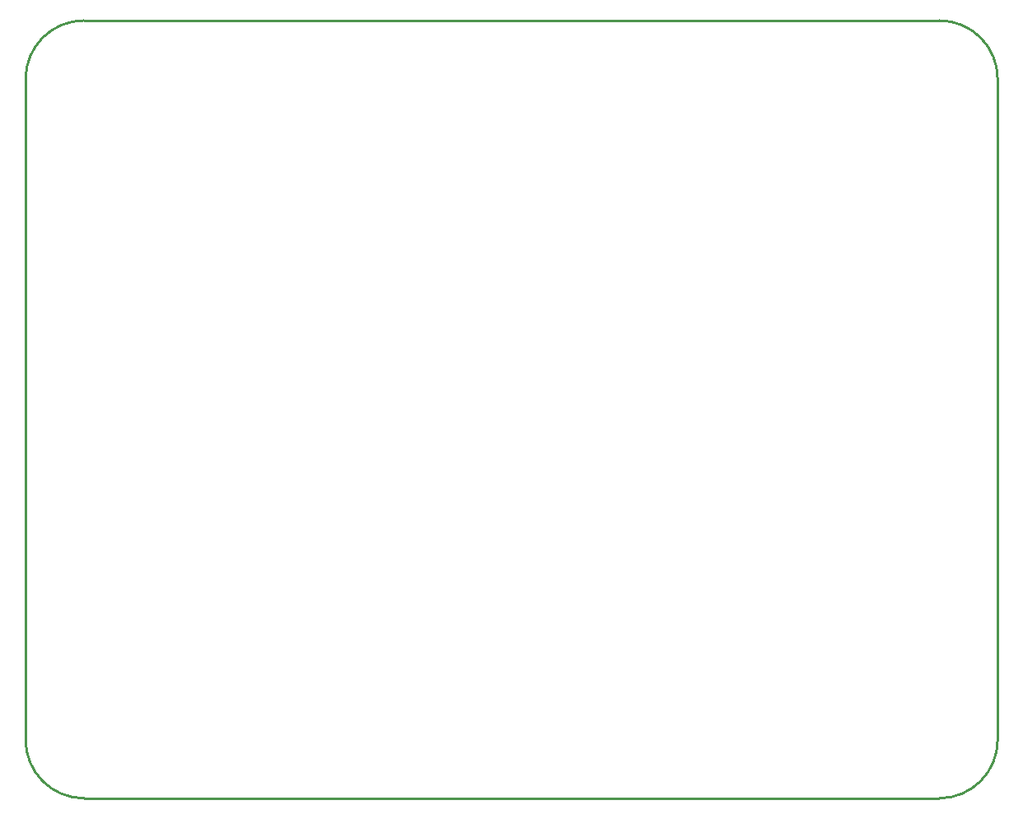
<source format=gm1>
G04*
G04 #@! TF.GenerationSoftware,Altium Limited,Altium Designer,22.0.2 (36)*
G04*
G04 Layer_Color=16711935*
%FSLAX25Y25*%
%MOIN*%
G70*
G04*
G04 #@! TF.SameCoordinates,2399AC83-C245-47A7-85CA-B2C80BF99C82*
G04*
G04*
G04 #@! TF.FilePolarity,Positive*
G04*
G01*
G75*
%ADD10C,0.01000*%
D10*
X406071Y321378D02*
G03*
X382449Y345000I-23622J0D01*
G01*
Y30039D02*
G03*
X406071Y53661I0J23622D01*
G01*
X35992Y345000D02*
G03*
X12370Y321378I0J-23622D01*
G01*
Y53661D02*
G03*
X35992Y30039I23622J0D01*
G01*
X382449D01*
X35992Y345000D02*
X382449D01*
X406071Y53661D02*
Y321378D01*
X12370Y53661D02*
Y321378D01*
M02*

</source>
